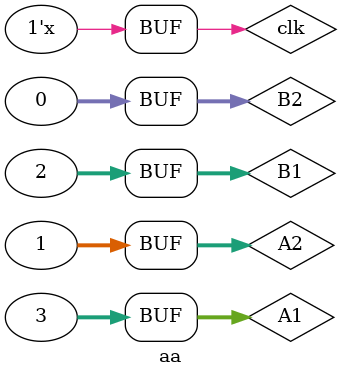
<source format=v>
`timescale 1ns / 1ps


module aa;

	// Inputs
	reg [31:0] A1;
	reg [31:0] B1;
	reg [31:0] A2;
	reg [31:0] B2;
	reg clk;

	// Outputs
	wire [31:0] C;

	// Instantiate the Unit Under Test (UUT)
	pipeline uut (
		.A1(A1), 
		.B1(B1), 
		.A2(A2), 
		.B2(B2), 
		.clk(clk), 
		.C(C)
	);

	initial begin
		// Initialize Inputs
		A1 = 0;
		B1 = 0;
		A2 = 0;
		B2 = 0;
		clk = 0;

		// Wait 100 ns for global reset to finish
		#20;
      A1 = 0;
		B1 = 1;
		A2 = 2;
		B2 = 3;
		#10;
		A1 = 3;
		B1 = 2;
		A2 = 1;
		B2 = 0;
		#10;
		// Add stimulus here

	end
    always #5 clk=~clk;  
endmodule


</source>
